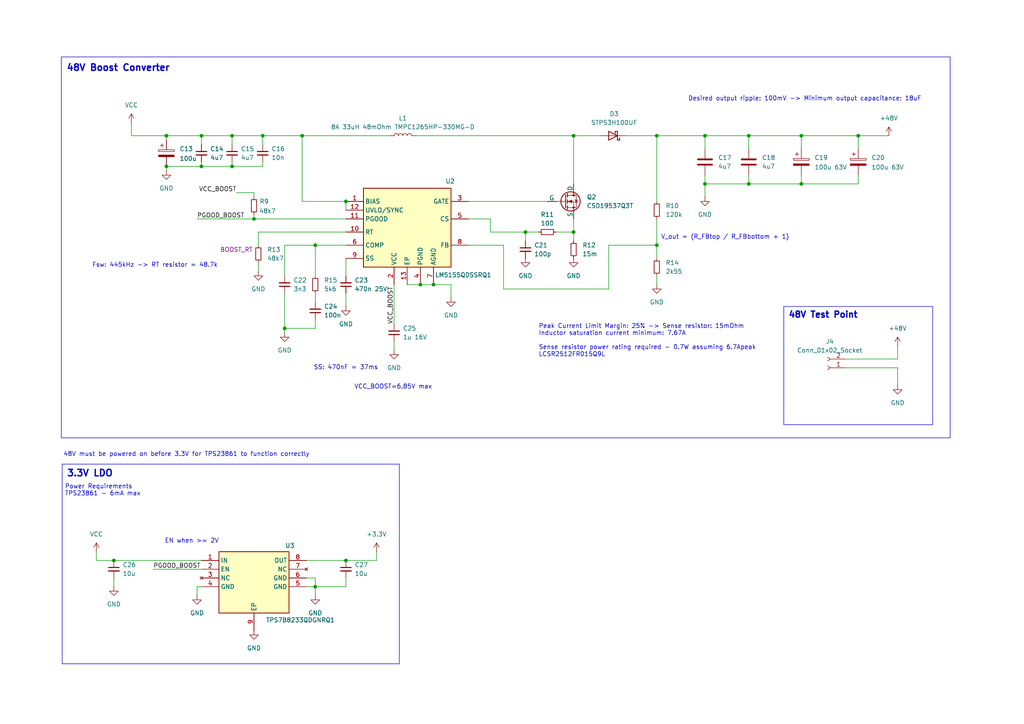
<source format=kicad_sch>
(kicad_sch (version 20231120) (generator "eeschema") (generator_version "8.0")
  (paper "A4")
  (lib_symbols
    (symbol "CakeKiCadLib:LM5155QDSSRQ1"
      (property "Reference" "U" (at -13.716 13.208 0))
      (property "Value" "LM5155QDSSRQ1" (at 13.97 12.7 0))
      (symbol "LM5155QDSSRQ1_1_1"
        (rectangle (start -12.7 10.16) (end 12.7 -12.7) (stroke (width 0.254)) (fill (type background)))
        (pin passive line (at -17.78 6.35 0) (length 5.08) (name "BIAS") (number "1"))
        (pin passive line (at -17.78 -2.54 0) (length 5.08) (name "RT") (number "10"))
        (pin passive line (at -17.78 1.27 0) (length 5.08) (name "PGOOD") (number "11"))
        (pin passive line (at -17.78 3.81 0) (length 5.08) (name "UVLO/SYNC") (number "12"))
        (pin passive line (at 0 -17.78 90) (length 5.08) (name "EP") (number "13"))
        (pin passive line (at -3.81 -17.78 90) (length 5.08) (name "VCC") (number "2"))
        (pin passive line (at 17.78 6.35 180) (length 5.08) (name "GATE") (number "3"))
        (pin passive line (at 3.81 -17.78 90) (length 5.08) (name "PGND") (number "4"))
        (pin passive line (at 17.78 1.27 180) (length 5.08) (name "CS") (number "5"))
        (pin passive line (at -17.78 -6.35 0) (length 5.08) (name "COMP") (number "6"))
        (pin passive line (at 7.62 -17.78 90) (length 5.08) (name "AGND") (number "7"))
        (pin passive line (at 17.78 -6.35 180) (length 5.08) (name "FB") (number "8"))
        (pin passive line (at -17.78 -10.16 0) (length 5.08) (name "SS") (number "9"))
      )
    )
    (symbol "CakeKiCadLib:TPS7B8233QDGNRQ1"
      (property "Reference" "U" (at -11.684 10.16 0))
      (property "Value" "TPS7B8233QDGNRQ1" (at 8.382 9.906 0))
      (symbol "TPS7B8233QDGNRQ1_1_1"
        (rectangle (start -10.16 7.62) (end 10.16 -10.16) (stroke (width 0.254)) (fill (type background)))
        (pin passive line (at -15.24 5.08 0) (length 5.08) (name "IN") (number "1"))
        (pin passive line (at -15.24 2.54 0) (length 5.08) (name "EN") (number "2"))
        (pin no_connect line (at -15.24 0 0) (length 5.08) (name "NC") (number "3"))
        (pin passive line (at -15.24 -2.54 0) (length 5.08) (name "GND") (number "4"))
        (pin passive line (at 15.24 -2.54 180) (length 5.08) (name "GND") (number "5"))
        (pin passive line (at 15.24 0 180) (length 5.08) (name "GND") (number "6"))
        (pin no_connect line (at 15.24 2.54 180) (length 5.08) (name "NC") (number "7"))
        (pin passive line (at 15.24 5.08 180) (length 5.08) (name "OUT") (number "8"))
        (pin passive line (at 0 -15.24 90) (length 5.08) (name "EP") (number "9"))
      )
    )
    (symbol "Connector:Conn_01x02_Socket" (pin_names (offset 1.016) hide)
      (property "Reference" "J" (at 0 2.54 0))
      (property "Value" "Conn_01x02_Socket" (at 0 -5.08 0))
      (symbol "Conn_01x02_Socket_1_1"
        (arc (start 0 -2.032) (mid -0.5058 -2.54) (end 0 -3.048) (stroke (width 0.1524)))
        (polyline (pts (xy -1.27 -2.54) (xy -0.508 -2.54)) (stroke (width 0.1524)))
        (polyline (pts (xy -1.27 0) (xy -0.508 0)) (stroke (width 0.1524)))
        (arc (start 0 0.508) (mid -0.5058 0) (end 0 -0.508) (stroke (width 0.1524)))
        (pin passive line (at -5.08 0 0) (length 3.81) (name "Pin_1") (number "1"))
        (pin passive line (at -5.08 -2.54 0) (length 3.81) (name "Pin_2") (number "2"))
      )
    )
    (symbol "Device:C" (pin_numbers hide) (pin_names (offset 0.254))
      (property "Reference" "C" (at 0.635 2.54 0))
      (property "Value" "C" (at 0.635 -2.54 0))
      (symbol "C_0_1"
        (polyline (pts (xy -2.032 -0.762) (xy 2.032 -0.762)) (stroke (width 0.508)))
        (polyline (pts (xy -2.032 0.762) (xy 2.032 0.762)) (stroke (width 0.508)))
      )
      (symbol "C_1_1"
        (pin passive line (at 0 3.81 270) (length 2.794) (name "~") (number "1"))
        (pin passive line (at 0 -3.81 90) (length 2.794) (name "~") (number "2"))
      )
    )
    (symbol "Device:C_Polarized" (pin_numbers hide) (pin_names (offset 0.254))
      (property "Reference" "C" (at 0.635 2.54 0))
      (property "Value" "C_Polarized" (at 0.635 -2.54 0))
      (symbol "C_Polarized_0_1"
        (rectangle (start -2.286 0.508) (end 2.286 1.016))
        (polyline (pts (xy -1.778 2.286) (xy -0.762 2.286)))
        (polyline (pts (xy -1.27 2.794) (xy -1.27 1.778)))
        (rectangle (start 2.286 -0.508) (end -2.286 -1.016) (fill (type outline)))
      )
      (symbol "C_Polarized_1_1"
        (pin passive line (at 0 3.81 270) (length 2.794) (name "~") (number "1"))
        (pin passive line (at 0 -3.81 90) (length 2.794) (name "~") (number "2"))
      )
    )
    (symbol "Device:C_Small" (pin_numbers hide) (pin_names (offset 0.254) hide)
      (property "Reference" "C" (at 0.254 1.778 0))
      (property "Value" "C_Small" (at 0.254 -2.032 0))
      (symbol "C_Small_0_1"
        (polyline (pts (xy -1.524 -0.508) (xy 1.524 -0.508)) (stroke (width 0.3302)))
        (polyline (pts (xy -1.524 0.508) (xy 1.524 0.508)) (stroke (width 0.3048)))
      )
      (symbol "C_Small_1_1"
        (pin passive line (at 0 2.54 270) (length 2.032) (name "~") (number "1"))
        (pin passive line (at 0 -2.54 90) (length 2.032) (name "~") (number "2"))
      )
    )
    (symbol "Device:D_Schottky" (pin_numbers hide) (pin_names (offset 1.016) hide)
      (property "Reference" "D" (at 0 2.54 0))
      (property "Value" "D_Schottky" (at 0 -2.54 0))
      (symbol "D_Schottky_0_1"
        (polyline (pts (xy 1.27 0) (xy -1.27 0)))
        (polyline (pts (xy 1.27 1.27) (xy 1.27 -1.27) (xy -1.27 0) (xy 1.27 1.27)) (stroke (width 0.254)))
        (polyline (pts (xy -1.905 0.635) (xy -1.905 1.27) (xy -1.27 1.27) (xy -1.27 -1.27) (xy -0.635 -1.27) (xy -0.635 -0.635)) (stroke (width 0.254)))
      )
      (symbol "D_Schottky_1_1"
        (pin passive line (at -3.81 0 0) (length 2.54) (name "K") (number "1"))
        (pin passive line (at 3.81 0 180) (length 2.54) (name "A") (number "2"))
      )
    )
    (symbol "Device:L" (pin_numbers hide) (pin_names (offset 1.016) hide)
      (property "Reference" "L" (at -1.27 0 90))
      (property "Value" "L" (at 1.905 0 90))
      (symbol "L_0_1"
        (arc (start 0 -2.54) (mid 0.6323 -1.905) (end 0 -1.27))
        (arc (start 0 -1.27) (mid 0.6323 -0.635) (end 0 0))
        (arc (start 0 0) (mid 0.6323 0.635) (end 0 1.27))
        (arc (start 0 1.27) (mid 0.6323 1.905) (end 0 2.54))
      )
      (symbol "L_1_1"
        (pin passive line (at 0 3.81 270) (length 1.27) (name "1") (number "1"))
        (pin passive line (at 0 -3.81 90) (length 1.27) (name "2") (number "2"))
      )
    )
    (symbol "Device:R_Small" (pin_numbers hide) (pin_names (offset 0.254) hide)
      (property "Reference" "R" (at 0.762 0.508 0))
      (property "Value" "R_Small" (at 0.762 -1.016 0))
      (symbol "R_Small_0_1"
        (rectangle (start -0.762 1.778) (end 0.762 -1.778) (stroke (width 0.2032)))
      )
      (symbol "R_Small_1_1"
        (pin passive line (at 0 2.54 270) (length 0.762) (name "~") (number "1"))
        (pin passive line (at 0 -2.54 90) (length 0.762) (name "~") (number "2"))
      )
    )
    (symbol "Simulation_SPICE:NMOS" (pin_numbers hide) (pin_names (offset 0))
      (property "Reference" "Q" (at 5.08 1.27 0))
      (property "Value" "NMOS" (at 5.08 -1.27 0))
      (symbol "NMOS_0_1"
        (polyline (pts (xy 0.254 0) (xy -2.54 0)))
        (polyline (pts (xy 0.254 1.905) (xy 0.254 -1.905)) (stroke (width 0.254)))
        (polyline (pts (xy 0.762 -1.27) (xy 0.762 -2.286)) (stroke (width 0.254)))
        (polyline (pts (xy 0.762 0.508) (xy 0.762 -0.508)) (stroke (width 0.254)))
        (polyline (pts (xy 0.762 2.286) (xy 0.762 1.27)) (stroke (width 0.254)))
        (polyline (pts (xy 2.54 2.54) (xy 2.54 1.778)))
        (polyline (pts (xy 2.54 -2.54) (xy 2.54 0) (xy 0.762 0)))
        (polyline (pts (xy 0.762 -1.778) (xy 3.302 -1.778) (xy 3.302 1.778) (xy 0.762 1.778)))
        (polyline (pts (xy 1.016 0) (xy 2.032 0.381) (xy 2.032 -0.381) (xy 1.016 0)) (fill (type outline)))
        (polyline (pts (xy 2.794 0.508) (xy 2.921 0.381) (xy 3.683 0.381) (xy 3.81 0.254)))
        (polyline (pts (xy 3.302 0.381) (xy 2.921 -0.254) (xy 3.683 -0.254) (xy 3.302 0.381)))
        (circle (center 1.651 0) (radius 2.794) (stroke (width 0.254)))
        (circle (center 2.54 -1.778) (radius 0.254) (fill (type outline)))
        (circle (center 2.54 1.778) (radius 0.254) (fill (type outline)))
      )
      (symbol "NMOS_1_1"
        (pin passive line (at 2.54 5.08 270) (length 2.54) (name "D") (number "1"))
        (pin input line (at -5.08 0 0) (length 2.54) (name "G") (number "2"))
        (pin passive line (at 2.54 -5.08 90) (length 2.54) (name "S") (number "3"))
      )
    )
    (symbol "power:+3.3V" (power) (pin_numbers hide) (pin_names (offset 0) hide)
      (property "Value" "+3.3V" (at 0 3.556 0))
      (symbol "+3.3V_0_1"
        (polyline (pts (xy -0.762 1.27) (xy 0 2.54)))
        (polyline (pts (xy 0 0) (xy 0 2.54)))
        (polyline (pts (xy 0 2.54) (xy 0.762 1.27)))
      )
      (symbol "+3.3V_1_1"
        (pin power_in line (at 0 0 90) (length 0) (name "~") (number "1"))
      )
    )
    (symbol "power:+48V" (power) (pin_numbers hide) (pin_names (offset 0) hide)
      (property "Value" "+48V" (at 0 3.556 0))
      (symbol "+48V_0_1"
        (polyline (pts (xy -0.762 1.27) (xy 0 2.54)))
        (polyline (pts (xy 0 0) (xy 0 2.54)))
        (polyline (pts (xy 0 2.54) (xy 0.762 1.27)))
      )
      (symbol "+48V_1_1"
        (pin power_in line (at 0 0 90) (length 0) (name "~") (number "1"))
      )
    )
    (symbol "power:GND" (power) (pin_numbers hide) (pin_names (offset 0) hide)
      (property "Value" "GND" (at 0 -3.81 0))
      (symbol "GND_0_1"
        (polyline (pts (xy 0 0) (xy 0 -1.27) (xy 1.27 -1.27) (xy 0 -2.54) (xy -1.27 -1.27) (xy 0 -1.27)))
      )
      (symbol "GND_1_1"
        (pin power_in line (at 0 0 270) (length 0) (name "~") (number "1"))
      )
    )
    (symbol "power:VCC" (power) (pin_numbers hide) (pin_names (offset 0) hide)
      (property "Value" "VCC" (at 0 3.556 0))
      (symbol "VCC_0_1"
        (polyline (pts (xy -0.762 1.27) (xy 0 2.54)))
        (polyline (pts (xy 0 0) (xy 0 2.54)))
        (polyline (pts (xy 0 2.54) (xy 0.762 1.27)))
      )
      (symbol "VCC_1_1"
        (pin power_in line (at 0 0 90) (length 0) (name "~") (number "1"))
      )
    )
  )
  (junction (at 91.44 71.12))
  (junction (at 190.5 39.37))
  (junction (at 58.42 39.37))
  (junction (at 190.5 71.12))
  (junction (at 152.4 67.31))
  (junction (at 48.26 39.37))
  (junction (at 76.2 39.37))
  (junction (at 204.47 53.34))
  (junction (at 121.92 82.55))
  (junction (at 67.31 48.26))
  (junction (at 73.66 63.5))
  (junction (at 204.47 39.37))
  (junction (at 58.42 48.26))
  (junction (at 232.41 39.37))
  (junction (at 166.37 39.37))
  (junction (at 33.02 162.56))
  (junction (at 248.92 39.37))
  (junction (at 87.63 39.37))
  (junction (at 48.26 48.26))
  (junction (at 91.44 170.18))
  (junction (at 100.33 58.42))
  (junction (at 67.31 39.37))
  (junction (at 82.55 95.25))
  (junction (at 232.41 53.34))
  (junction (at 217.17 53.34))
  (junction (at 125.73 82.55))
  (junction (at 166.37 67.31))
  (junction (at 217.17 39.37))
  (junction (at 100.33 162.56))
  (wire (pts (xy 176.53 71.12) (xy 190.5 71.12)))
  (wire (pts (xy 248.92 39.37) (xy 257.81 39.37)))
  (wire (pts (xy 87.63 58.42) (xy 100.33 58.42)))
  (wire (pts (xy 120.65 39.37) (xy 166.37 39.37)))
  (wire (pts (xy 232.41 53.34) (xy 232.41 50.8)))
  (wire (pts (xy 142.24 63.5) (xy 135.89 63.5)))
  (wire (pts (xy 76.2 48.26) (xy 67.31 48.26)))
  (wire (pts (xy 88.9 162.56) (xy 100.33 162.56)))
  (wire (pts (xy 204.47 39.37) (xy 217.17 39.37)))
  (wire (pts (xy 190.5 82.55) (xy 190.5 80.01)))
  (wire (pts (xy 190.5 39.37) (xy 204.47 39.37)))
  (wire (pts (xy 82.55 71.12) (xy 91.44 71.12)))
  (wire (pts (xy 58.42 39.37) (xy 58.42 41.91)))
  (wire (pts (xy 173.99 39.37) (xy 166.37 39.37)))
  (wire (pts (xy 260.35 106.68) (xy 245.11 106.68)))
  (wire (pts (xy 67.31 41.91) (xy 67.31 39.37)))
  (wire (pts (xy 91.44 71.12) (xy 91.44 80.01)))
  (wire (pts (xy 190.5 71.12) (xy 190.5 74.93)))
  (wire (pts (xy 204.47 53.34) (xy 204.47 57.15)))
  (wire (pts (xy 82.55 95.25) (xy 91.44 95.25)))
  (wire (pts (xy 109.22 160.02) (xy 109.22 162.56)))
  (wire (pts (xy 76.2 39.37) (xy 87.63 39.37)))
  (wire (pts (xy 100.33 74.93) (xy 100.33 80.01)))
  (wire (pts (xy 100.33 167.64) (xy 100.33 170.18)))
  (wire (pts (xy 114.3 99.06) (xy 114.3 101.6)))
  (wire (pts (xy 74.93 76.2) (xy 74.93 78.74)))
  (wire (pts (xy 100.33 58.42) (xy 100.33 60.96)))
  (wire (pts (xy 87.63 39.37) (xy 87.63 58.42)))
  (wire (pts (xy 152.4 67.31) (xy 156.21 67.31)))
  (wire (pts (xy 217.17 39.37) (xy 232.41 39.37)))
  (wire (pts (xy 166.37 67.31) (xy 161.29 67.31)))
  (wire (pts (xy 73.66 62.23) (xy 73.66 63.5)))
  (wire (pts (xy 152.4 67.31) (xy 152.4 69.85)))
  (wire (pts (xy 58.42 170.18) (xy 57.15 170.18)))
  (wire (pts (xy 82.55 95.25) (xy 82.55 96.52)))
  (wire (pts (xy 33.02 162.56) (xy 58.42 162.56)))
  (wire (pts (xy 166.37 67.31) (xy 166.37 69.85)))
  (wire (pts (xy 73.66 63.5) (xy 100.33 63.5)))
  (wire (pts (xy 166.37 63.5) (xy 166.37 67.31)))
  (wire (pts (xy 91.44 170.18) (xy 91.44 172.72)))
  (wire (pts (xy 204.47 53.34) (xy 217.17 53.34)))
  (wire (pts (xy 91.44 92.71) (xy 91.44 95.25)))
  (wire (pts (xy 217.17 53.34) (xy 232.41 53.34)))
  (wire (pts (xy 38.1 35.56) (xy 38.1 39.37)))
  (wire (pts (xy 100.33 85.09) (xy 100.33 88.9)))
  (wire (pts (xy 114.3 82.55) (xy 114.3 93.98)))
  (wire (pts (xy 125.73 82.55) (xy 130.81 82.55)))
  (wire (pts (xy 232.41 39.37) (xy 248.92 39.37)))
  (wire (pts (xy 204.47 50.8) (xy 204.47 53.34)))
  (wire (pts (xy 166.37 39.37) (xy 166.37 53.34)))
  (wire (pts (xy 57.15 63.5) (xy 73.66 63.5)))
  (wire (pts (xy 38.1 39.37) (xy 48.26 39.37)))
  (wire (pts (xy 248.92 39.37) (xy 248.92 43.18)))
  (wire (pts (xy 181.61 39.37) (xy 190.5 39.37)))
  (wire (pts (xy 58.42 39.37) (xy 67.31 39.37)))
  (wire (pts (xy 204.47 39.37) (xy 204.47 43.18)))
  (wire (pts (xy 48.26 48.26) (xy 58.42 48.26)))
  (wire (pts (xy 27.94 162.56) (xy 27.94 160.02)))
  (wire (pts (xy 100.33 170.18) (xy 91.44 170.18)))
  (wire (pts (xy 142.24 67.31) (xy 152.4 67.31)))
  (wire (pts (xy 232.41 53.34) (xy 248.92 53.34)))
  (wire (pts (xy 27.94 162.56) (xy 33.02 162.56)))
  (wire (pts (xy 121.92 82.55) (xy 125.73 82.55)))
  (wire (pts (xy 76.2 39.37) (xy 76.2 41.91)))
  (wire (pts (xy 248.92 53.34) (xy 248.92 50.8)))
  (wire (pts (xy 217.17 50.8) (xy 217.17 53.34)))
  (wire (pts (xy 74.93 67.31) (xy 74.93 71.12)))
  (wire (pts (xy 217.17 43.18) (xy 217.17 39.37)))
  (wire (pts (xy 176.53 83.82) (xy 176.53 71.12)))
  (wire (pts (xy 44.45 165.1) (xy 58.42 165.1)))
  (wire (pts (xy 67.31 39.37) (xy 76.2 39.37)))
  (wire (pts (xy 260.35 104.14) (xy 245.11 104.14)))
  (wire (pts (xy 76.2 46.99) (xy 76.2 48.26)))
  (wire (pts (xy 146.05 83.82) (xy 176.53 83.82)))
  (wire (pts (xy 91.44 85.09) (xy 91.44 87.63)))
  (wire (pts (xy 142.24 67.31) (xy 142.24 63.5)))
  (wire (pts (xy 87.63 39.37) (xy 113.03 39.37)))
  (wire (pts (xy 130.81 82.55) (xy 130.81 86.36)))
  (wire (pts (xy 190.5 58.42) (xy 190.5 39.37)))
  (wire (pts (xy 88.9 167.64) (xy 91.44 167.64)))
  (wire (pts (xy 67.31 48.26) (xy 58.42 48.26)))
  (wire (pts (xy 73.66 55.88) (xy 68.58 55.88)))
  (wire (pts (xy 48.26 39.37) (xy 48.26 40.64)))
  (wire (pts (xy 67.31 46.99) (xy 67.31 48.26)))
  (wire (pts (xy 146.05 71.12) (xy 146.05 83.82)))
  (wire (pts (xy 260.35 100.33) (xy 260.35 104.14)))
  (wire (pts (xy 260.35 111.76) (xy 260.35 106.68)))
  (wire (pts (xy 91.44 71.12) (xy 100.33 71.12)))
  (wire (pts (xy 91.44 167.64) (xy 91.44 170.18)))
  (wire (pts (xy 33.02 167.64) (xy 33.02 170.18)))
  (wire (pts (xy 100.33 67.31) (xy 74.93 67.31)))
  (wire (pts (xy 58.42 46.99) (xy 58.42 48.26)))
  (wire (pts (xy 232.41 39.37) (xy 232.41 43.18)))
  (wire (pts (xy 73.66 57.15) (xy 73.66 55.88)))
  (wire (pts (xy 118.11 82.55) (xy 121.92 82.55)))
  (wire (pts (xy 57.15 170.18) (xy 57.15 172.72)))
  (wire (pts (xy 100.33 162.56) (xy 109.22 162.56)))
  (wire (pts (xy 135.89 58.42) (xy 158.75 58.42)))
  (wire (pts (xy 48.26 39.37) (xy 58.42 39.37)))
  (wire (pts (xy 88.9 170.18) (xy 91.44 170.18)))
  (wire (pts (xy 190.5 63.5) (xy 190.5 71.12)))
  (wire (pts (xy 82.55 80.01) (xy 82.55 71.12)))
  (wire (pts (xy 135.89 71.12) (xy 146.05 71.12)))
  (wire (pts (xy 48.26 49.53) (xy 48.26 48.26)))
  (wire (pts (xy 82.55 85.09) (xy 82.55 95.25)))
  (rectangle (start 18.034 134.62) (end 115.824 192.532))
  (rectangle (start 227.33 88.9) (end 270.51 123.19))
  (rectangle (start 17.78 16.51) (end 275.59 127))
  (text "SS: 470nF = 37ms" (at 100.33 106.68 0) (effects (font (size 1.27 1.27))))
  (text "Desired output ripple: 100mV -> Minimum output capacitance: 18uF" (at 233.426 28.702 0) (effects (font (size 1.27 1.27))))
  (text "V_out = (R_FBtop / R_FBbottom + 1)" (at 210.312 68.834 0) (effects (font (size 1.27 1.27))))
  (text "Power Requirements\nTPS23861 - 6mA max" (at 18.796 142.24 0) (effects (font (size 1.27 1.27)) (justify left)))
  (text "48V Test Point" (at 228.6 91.44 0) (effects (font (size 1.778 1.778) (thickness 0.381) (bold yes)) (justify left)))
  (text "Fsw: 445kHz -> RT resistor = 48.7k" (at 44.958 76.962 0) (effects (font (size 1.27 1.27))))
  (text "3.3V LDO" (at 19.304 137.414 0) (effects (font (size 1.905 1.905) (thickness 0.381) (bold yes)) (justify left)))
  (text "Peak Current Limit Margin: 25% -> Sense resistor: 15mOhm \nInductor saturation current minimum: 7.67A\n\nSense resistor power rating required - 0.7W assuming 6.7Apeak\nLCSR2512FR015Q9L" (at 156.21 98.806 0) (effects (font (size 1.27 1.27)) (justify left)))
  (text "48V must be powered on before 3.3V for TPS23861 to function correctly" (at 54.102 131.826 0) (effects (font (size 1.27 1.27))))
  (text "EN when >= 2V" (at 55.626 156.972 0) (effects (font (size 1.27 1.27))))
  (text "48V Boost Converter" (at 34.29 19.812 0) (effects (font (size 1.905 1.905) (thickness 0.381) (bold yes))))
  (text "https://dconstructgroup-my.sharepoint.com/:x:/g/personal/joel_leow_dconstruct_ai/Ed_Fu_RMXdRJqOYte9-xggsBLLB7yZeOTApBzO1e-Hg1qA?e=00xUwz\nFrom LM5155 Quickstart Calculator\nInput: 10-35V, Typical 25V\nOutput: 48V, max 1A\n" (at 20.828 -19.812 0) (effects (font (size 1.27 1.27)) (justify left)))
  (text "VCC_BOOST=6.85V max" (at 114.046 112.268 0) (effects (font (size 1.27 1.27))))
  (label "PGOOD_BOOST" (at 57.15 63.5 0))
  (label "VCC_BOOST" (at 114.3 93.98 90))
  (label "VCC_BOOST" (at 68.58 55.88 180))
  (label "PGOOD_BOOST" (at 44.45 165.1 0))
  (symbol (lib_id "power:GND") (at 114.3 101.6 0) (unit 1)
    (property "Reference" "#PWR027" (effects (hide yes)))
    (property "Value" "GND" (at 114.3 106.68 0))
    (property "Description" "Power symbol creates a global label with name \"GND\" , ground" (effects (hide yes)))
  )
  (symbol (lib_id "Simulation_SPICE:NMOS") (at 163.83 58.42 0) (unit 1)
    (property "Reference" "Q2" (at 170.18 57.1499 0) (effects (justify left)))
    (property "Value" "CSD19537Q3T" (at 170.18 59.6899 0) (effects (justify left)))
    (property "Datasheet" "https://ngspice.sourceforge.io/docs/ngspice-html-manual/manual.xhtml#cha_MOSFETs" (effects (hide yes)))
    (property "Description" "N-MOSFET transistor, drain/source/gate" (effects (hide yes)))
    (property "Sim.Device" "NMOS" (effects (hide yes)))
    (property "Sim.Type" "VDMOS" (effects (hide yes)))
    (property "Sim.Pins" "1=D 2=G 3=S" (effects (hide yes)))
  )
  (symbol (lib_id "Device:R_Small") (at 190.5 60.96 0) (unit 1)
    (property "Reference" "R10" (at 193.04 59.6899 0) (effects (justify left)))
    (property "Value" "120k" (at 193.04 62.2299 0) (effects (justify left)))
    (property "Footprint" "Resistor_SMD:R_0603_1608Metric" (effects (hide yes)))
    (property "Description" "Resistor, small symbol" (effects (hide yes)))
    (property "LCSC" "C25808" (effects (hide yes)))
  )
  (symbol (lib_id "Device:L") (at 116.84 39.37 90) (unit 1)
    (property "Reference" "L1" (at 116.84 34.29 90))
    (property "Value" "8A 33uH 48mOhm TMPC1265HP-330MG-D" (at 116.84 36.83 90))
    (property "Description" "Inductor" (effects (hide yes)))
    (property "LCSC" "C2880059" (effects (hide yes)))
  )
  (symbol (lib_id "power:+3.3V") (at 109.22 160.02 0) (unit 1)
    (property "Reference" "#PWR030" (effects (hide yes)))
    (property "Value" "+3.3V" (at 109.22 154.94 0))
    (property "Description" "Power symbol creates a global label with name \"+3.3V\"" (effects (hide yes)))
  )
  (symbol (lib_id "power:VCC") (at 38.1 35.56 0) (unit 1)
    (property "Reference" "#PWR015" (effects (hide yes)))
    (property "Value" "VCC" (at 38.1 30.48 0))
    (property "Description" "Power symbol creates a global label with name \"VCC\"" (effects (hide yes)))
  )
  (symbol (lib_id "power:GND") (at 152.4 74.93 0) (unit 1)
    (property "Reference" "#PWR019" (effects (hide yes)))
    (property "Value" "GND" (at 152.4 80.01 0))
    (property "Description" "Power symbol creates a global label with name \"GND\" , ground" (effects (hide yes)))
  )
  (symbol (lib_id "power:GND") (at 33.02 170.18 0) (unit 1)
    (property "Reference" "#PWR031" (effects (hide yes)))
    (property "Value" "GND" (at 33.02 175.26 0))
    (property "Description" "Power symbol creates a global label with name \"GND\" , ground" (effects (hide yes)))
  )
  (symbol (lib_id "Device:C_Small") (at 152.4 72.39 0) (unit 1)
    (property "Reference" "C21" (at 154.94 71.1262 0) (effects (justify left)))
    (property "Value" "100p" (at 154.94 73.6662 0) (effects (justify left)))
    (property "Description" "Unpolarized capacitor, small symbol" (effects (hide yes)))
    (property "LCSC" "C1546" (effects (hide yes)))
  )
  (symbol (lib_id "Device:C_Small") (at 100.33 82.55 180) (unit 1)
    (property "Reference" "C23" (at 102.87 81.2735 0) (effects (justify right)))
    (property "Value" "470n 25V" (at 102.87 83.8135 0) (effects (justify right)))
    (property "Description" "Unpolarized capacitor, small symbol" (effects (hide yes)))
    (property "LCSC" "C1623" (effects (hide yes)))
  )
  (symbol (lib_id "power:GND") (at 166.37 74.93 0) (unit 1)
    (property "Reference" "#PWR020" (effects (hide yes)))
    (property "Value" "GND" (at 166.37 80.01 0))
    (property "Description" "Power symbol creates a global label with name \"GND\" , ground" (effects (hide yes)))
  )
  (symbol (lib_id "power:GND") (at 260.35 111.76 0) (unit 1)
    (property "Reference" "#PWR028" (effects (hide yes)))
    (property "Value" "GND" (at 260.35 116.84 0))
    (property "Description" "Power symbol creates a global label with name \"GND\" , ground" (effects (hide yes)))
  )
  (symbol (lib_id "Device:C_Small") (at 76.2 44.45 0) (unit 1)
    (property "Reference" "C16" (at 78.74 43.1862 0) (effects (justify left)))
    (property "Value" "10n" (at 78.74 45.7262 0) (effects (justify left)))
    (property "Description" "Unpolarized capacitor, small symbol" (effects (hide yes)))
  )
  (symbol (lib_id "Device:C") (at 204.47 46.99 0) (unit 1)
    (property "Reference" "C17" (at 208.28 45.7199 0) (effects (justify left)))
    (property "Value" "4u7" (at 208.28 48.2599 0) (effects (justify left)))
    (property "Description" "Unpolarized capacitor" (effects (hide yes)))
  )
  (symbol (lib_id "Device:R_Small") (at 91.44 82.55 180) (unit 1)
    (property "Reference" "R15" (at 93.98 81.2799 0) (effects (justify right)))
    (property "Value" "5k6" (at 93.98 83.8199 0) (effects (justify right)))
    (property "Footprint" "Resistor_SMD:R_0402_1005Metric" (effects (hide yes)))
    (property "Description" "Resistor, small symbol" (effects (hide yes)))
    (property "LCSC" "C156115" (effects (hide yes)))
  )
  (symbol (lib_id "power:GND") (at 48.26 49.53 0) (unit 1)
    (property "Reference" "#PWR017" (effects (hide yes)))
    (property "Value" "GND" (at 48.26 54.61 0))
    (property "Description" "Power symbol creates a global label with name \"GND\" , ground" (effects (hide yes)))
  )
  (symbol (lib_id "power:GND") (at 130.81 86.36 0) (unit 1)
    (property "Reference" "#PWR023" (effects (hide yes)))
    (property "Value" "GND" (at 130.81 91.44 0))
    (property "Description" "Power symbol creates a global label with name \"GND\" , ground" (effects (hide yes)))
  )
  (symbol (lib_id "Device:R_Small") (at 74.93 73.66 180) (unit 1)
    (property "Reference" "R13" (at 77.47 72.3899 0) (effects (justify right)))
    (property "Value" "48k7" (at 77.47 74.9299 0) (effects (justify right)))
    (property "Footprint" "Resistor_SMD:R_0402_1005Metric" (effects (hide yes)))
    (property "Description" "Resistor, small symbol" (effects (hide yes)))
    (property "LABEL" "BOOST_RT" (at 68.58 72.39 0))
    (property "LCSC" "C26981" (effects (hide yes)))
  )
  (symbol (lib_id "Device:R_Small") (at 158.75 67.31 270) (unit 1)
    (property "Reference" "R11" (at 158.75 62.23 90))
    (property "Value" "100" (at 158.75 64.77 90))
    (property "Footprint" "Resistor_SMD:R_0603_1608Metric" (effects (hide yes)))
    (property "Description" "Resistor, small symbol" (effects (hide yes)))
    (property "LCSC" "C22775" (effects (hide yes)))
  )
  (symbol (lib_id "Device:D_Schottky") (at 177.8 39.37 180) (unit 1)
    (property "Reference" "D3" (at 178.1175 33.02 0))
    (property "Value" "STPS3H100UF" (at 178.1175 35.56 0))
    (property "Description" "Schottky diode" (effects (hide yes)))
    (property "LCSC" "C155643" (effects (hide yes)))
  )
  (symbol (lib_id "power:GND") (at 74.93 78.74 0) (unit 1)
    (property "Reference" "#PWR021" (effects (hide yes)))
    (property "Value" "GND" (at 74.93 83.82 0))
    (property "Description" "Power symbol creates a global label with name \"GND\" , ground" (effects (hide yes)))
  )
  (symbol (lib_id "power:GND") (at 91.44 172.72 0) (unit 1)
    (property "Reference" "#PWR033" (effects (hide yes)))
    (property "Value" "GND" (at 91.44 177.8 0))
    (property "Description" "Power symbol creates a global label with name \"GND\" , ground" (effects (hide yes)))
  )
  (symbol (lib_id "Device:C_Small") (at 33.02 165.1 0) (unit 1)
    (property "Reference" "C26" (at 35.56 163.8362 0) (effects (justify left)))
    (property "Value" "10u" (at 35.56 166.3762 0) (effects (justify left)))
    (property "Description" "Unpolarized capacitor, small symbol" (effects (hide yes)))
  )
  (symbol (lib_id "Device:C_Polarized") (at 232.41 46.99 0) (unit 1)
    (property "Reference" "C19" (at 236.22 45.72 0) (effects (justify left)))
    (property "Value" "100u 63V" (at 236.22 48.514 0) (effects (justify left)))
    (property "Footprint" "Capacitor_SMD:C_Elec_10x10.2" (effects (hide yes)))
    (property "Description" "Polarized capacitor" (effects (hide yes)))
    (property "LCSC" "C128460" (effects (hide yes)))
  )
  (symbol (lib_id "Device:C_Small") (at 114.3 96.52 180) (unit 1)
    (property "Reference" "C25" (at 116.84 95.2435 0) (effects (justify right)))
    (property "Value" "1u 16V" (at 116.84 97.7835 0) (effects (justify right)))
    (property "Description" "Unpolarized capacitor, small symbol" (effects (hide yes)))
    (property "LCSC" "C29266" (effects (hide yes)))
  )
  (symbol (lib_id "Device:C_Polarized") (at 48.26 44.45 0) (unit 1)
    (property "Reference" "C13" (at 52.07 43.18 0) (effects (justify left)))
    (property "Value" "100u" (at 52.07 45.974 0) (effects (justify left)))
    (property "Footprint" "Capacitor_SMD:C_Elec_10x10.2" (effects (hide yes)))
    (property "Description" "Polarized capacitor" (effects (hide yes)))
    (property "LCSC" "C128460" (effects (hide yes)))
  )
  (symbol (lib_id "Device:C_Small") (at 100.33 165.1 0) (unit 1)
    (property "Reference" "C27" (at 102.87 163.8362 0) (effects (justify left)))
    (property "Value" "10u" (at 102.87 166.3762 0) (effects (justify left)))
    (property "Description" "Unpolarized capacitor, small symbol" (effects (hide yes)))
  )
  (symbol (lib_id "power:GND") (at 73.66 182.88 0) (unit 1)
    (property "Reference" "#PWR034" (effects (hide yes)))
    (property "Value" "GND" (at 73.66 187.96 0))
    (property "Description" "Power symbol creates a global label with name \"GND\" , ground" (effects (hide yes)))
  )
  (symbol (lib_id "CakeKiCadLib:TPS7B8233QDGNRQ1") (at 73.66 167.64 0) (unit 1)
    (property "Reference" "U3" (at 84.074 158.242 0))
    (property "Value" "TPS7B8233QDGNRQ1" (at 87.122 179.832 0))
    (property "Footprint" "CakeKiCadLib:TPS7B8233QDGNRQ1" (effects (hide yes)))
    (property "Datasheet" "http://www.ti.com/lit/gpn/tps7b82-q1" (effects (hide yes)))
    (property "Description" "Automotive 300-mA high-voltage ultra-low-IQ low-dropout (LDO) linear regulator" (effects (hide yes)))
    (property "Height" "1.1" (effects (hide yes)))
    (property "Manufacturer_Name" "Texas Instruments" (effects (hide yes)))
    (property "Manufacturer_Part_Number" "TPS7B8233QDGNRQ1" (effects (hide yes)))
    (property "Mouser Part Number" "595-TPS7B8233QDGNRQ1" (effects (hide yes)))
    (property "Mouser Price/Stock" "https://www.mouser.co.uk/ProductDetail/Texas-Instruments/TPS7B8233QDGNRQ1?qs=gTYE2QTfZfTgserf%2FHg6KA%3D%3D" (effects (hide yes)))
    (property "Arrow Part Number" "TPS7B8233QDGNRQ1" (effects (hide yes)))
    (property "Arrow Price/Stock" "null?region=nac" (effects (hide yes)))
    (property "LCSC" "C5220182" (effects (hide yes)))
  )
  (symbol (lib_id "Device:C") (at 217.17 46.99 0) (unit 1)
    (property "Reference" "C18" (at 220.98 45.7199 0) (effects (justify left)))
    (property "Value" "4u7" (at 220.98 48.2599 0) (effects (justify left)))
    (property "Description" "Unpolarized capacitor" (effects (hide yes)))
  )
  (symbol (lib_id "Device:R_Small") (at 190.5 77.47 0) (unit 1)
    (property "Reference" "R14" (at 193.04 76.1999 0) (effects (justify left)))
    (property "Value" "2k55" (at 193.04 78.7399 0) (effects (justify left)))
    (property "Footprint" "Resistor_SMD:R_0603_1608Metric" (effects (hide yes)))
    (property "Description" "Resistor, small symbol" (effects (hide yes)))
    (property "LCSC" "C25965" (effects (hide yes)))
  )
  (symbol (lib_id "power:GND") (at 57.15 172.72 0) (unit 1)
    (property "Reference" "#PWR032" (effects (hide yes)))
    (property "Value" "GND" (at 57.15 177.8 0))
    (property "Description" "Power symbol creates a global label with name \"GND\" , ground" (effects (hide yes)))
  )
  (symbol (lib_id "Device:R_Small") (at 166.37 72.39 0) (unit 1)
    (property "Reference" "R12" (at 168.91 71.1199 0) (effects (justify left)))
    (property "Value" "15m" (at 168.91 73.6599 0) (effects (justify left)))
    (property "Footprint" "Resistor_SMD:R_2512_6332Metric" (effects (hide yes)))
    (property "Description" "Resistor, small symbol" (effects (hide yes)))
    (property "LCSC" "C520400" (effects (hide yes)))
  )
  (symbol (lib_id "power:GND") (at 82.55 96.52 0) (unit 1)
    (property "Reference" "#PWR025" (effects (hide yes)))
    (property "Value" "GND" (at 82.55 101.6 0))
    (property "Description" "Power symbol creates a global label with name \"GND\" , ground" (effects (hide yes)))
  )
  (symbol (lib_id "Device:C_Small") (at 91.44 90.17 180) (unit 1)
    (property "Reference" "C24" (at 93.98 88.8935 0) (effects (justify right)))
    (property "Value" "100n" (at 93.98 91.4335 0) (effects (justify right)))
    (property "Description" "Unpolarized capacitor, small symbol" (effects (hide yes)))
  )
  (symbol (lib_id "Device:C_Small") (at 67.31 44.45 0) (unit 1)
    (property "Reference" "C15" (at 69.85 43.1862 0) (effects (justify left)))
    (property "Value" "4u7" (at 69.85 45.7262 0) (effects (justify left)))
    (property "Description" "Unpolarized capacitor, small symbol" (effects (hide yes)))
  )
  (symbol (lib_id "power:GND") (at 190.5 82.55 0) (unit 1)
    (property "Reference" "#PWR022" (effects (hide yes)))
    (property "Value" "GND" (at 190.5 87.63 0))
    (property "Description" "Power symbol creates a global label with name \"GND\" , ground" (effects (hide yes)))
  )
  (symbol (lib_id "CakeKiCadLib:LM5155QDSSRQ1") (at 118.11 64.77 0) (unit 1)
    (property "Reference" "U2" (at 130.556 52.578 0))
    (property "Value" "LM5155QDSSRQ1" (at 134.366 79.756 0))
    (property "Footprint" "SON50P200X300X80-13N" (effects (hide yes)))
    (property "Datasheet" "https://www.arrow.com/en/products/lm5155qdssrq1/texas-instruments" (effects (hide yes)))
    (property "Description" "Switching Controllers 2.2MHz wide VIN non-synchronous boost/SEPIC/flyback controller 12-WSON -40 to 150" (effects (hide yes)))
    (property "Height" "0.8" (effects (hide yes)))
    (property "Manufacturer_Name" "Texas Instruments" (effects (hide yes)))
    (property "Manufacturer_Part_Number" "LM5155QDSSRQ1" (effects (hide yes)))
    (property "Mouser Part Number" "595-LM5155QDSSRQ1" (effects (hide yes)))
    (property "Mouser Price/Stock" "https://www.mouser.co.uk/ProductDetail/Texas-Instruments/LM5155QDSSRQ1?qs=%252B6g0mu59x7IJnkhYB%252BkvRw%3D%3D" (effects (hide yes)))
    (property "Arrow Part Number" "LM5155QDSSRQ1" (effects (hide yes)))
    (property "Arrow Price/Stock" "https://www.arrow.com/en/products/lm5155qdssrq1/texas-instruments?region=nac" (effects (hide yes)))
    (property "LCSC" "C1849528" (effects (hide yes)))
  )
  (symbol (lib_id "Device:C_Polarized") (at 248.92 46.99 0) (unit 1)
    (property "Reference" "C20" (at 252.73 45.72 0) (effects (justify left)))
    (property "Value" "100u 63V" (at 252.73 48.514 0) (effects (justify left)))
    (property "Footprint" "Capacitor_SMD:C_Elec_10x10.2" (effects (hide yes)))
    (property "Description" "Polarized capacitor" (effects (hide yes)))
    (property "LCSC" "C128460" (effects (hide yes)))
  )
  (symbol (lib_id "Device:C_Small") (at 82.55 82.55 180) (unit 1)
    (property "Reference" "C22" (at 85.09 81.2735 0) (effects (justify right)))
    (property "Value" "3n3" (at 85.09 83.8135 0) (effects (justify right)))
    (property "Footprint" "Resistor_SMD:R_0402_1005Metric" (effects (hide yes)))
    (property "Description" "Unpolarized capacitor, small symbol" (effects (hide yes)))
    (property "LCSC" "C107028" (effects (hide yes)))
  )
  (symbol (lib_id "power:+48V") (at 260.35 100.33 0) (unit 1)
    (property "Reference" "#PWR026" (effects (hide yes)))
    (property "Value" "+48V" (at 260.35 95.25 0))
    (property "Description" "Power symbol creates a global label with name \"+48V\"" (effects (hide yes)))
  )
  (symbol (lib_id "power:GND") (at 204.47 57.15 0) (unit 1)
    (property "Reference" "#PWR018" (effects (hide yes)))
    (property "Value" "GND" (at 204.47 62.23 0))
    (property "Description" "Power symbol creates a global label with name \"GND\" , ground" (effects (hide yes)))
  )
  (symbol (lib_id "power:VCC") (at 27.94 160.02 0) (unit 1)
    (property "Reference" "#PWR029" (effects (hide yes)))
    (property "Value" "VCC" (at 27.94 154.94 0))
    (property "Description" "Power symbol creates a global label with name \"VCC\"" (effects (hide yes)))
  )
  (symbol (lib_id "power:GND") (at 100.33 88.9 0) (unit 1)
    (property "Reference" "#PWR024" (effects (hide yes)))
    (property "Value" "GND" (at 100.33 93.98 0))
    (property "Description" "Power symbol creates a global label with name \"GND\" , ground" (effects (hide yes)))
  )
  (symbol (lib_id "power:+48V") (at 257.81 39.37 0) (unit 1)
    (property "Reference" "#PWR016" (effects (hide yes)))
    (property "Value" "+48V" (at 257.81 34.29 0))
    (property "Description" "Power symbol creates a global label with name \"+48V\"" (effects (hide yes)))
  )
  (symbol (lib_id "Connector:Conn_01x02_Socket") (at 240.03 106.68 180) (unit 1)
    (property "Reference" "J4" (at 240.665 99.06 0))
    (property "Value" "Conn_01x02_Socket" (at 240.665 101.6 0))
    (property "Description" "Generic connector, single row, 01x02, script generated" (effects (hide yes)))
  )
  (symbol (lib_id "Device:C_Small") (at 58.42 44.45 0) (unit 1)
    (property "Reference" "C14" (at 60.96 43.1862 0) (effects (justify left)))
    (property "Value" "4u7" (at 60.96 45.7262 0) (effects (justify left)))
    (property "Description" "Unpolarized capacitor, small symbol" (effects (hide yes)))
  )
  (symbol (lib_id "Device:R_Small") (at 73.66 59.69 0) (unit 1)
    (property "Reference" "R9" (at 77.978 58.42 0) (effects (justify right)))
    (property "Value" "48k7" (at 80.01 61.214 0) (effects (justify right)))
    (property "Footprint" "Resistor_SMD:R_0402_1005Metric" (effects (hide yes)))
    (property "Description" "Resistor, small symbol" (effects (hide yes)))
    (property "LCSC" "C26981" (effects (hide yes)))
  )
)
</source>
